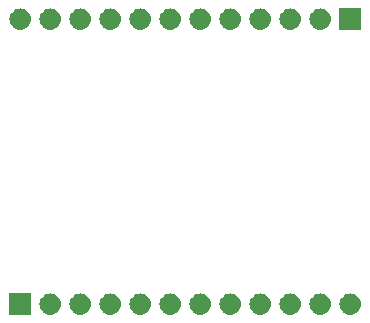
<source format=gbr>
G04 #@! TF.GenerationSoftware,KiCad,Pcbnew,(5.1.2)-2*
G04 #@! TF.CreationDate,2019-09-03T11:35:37+08:00*
G04 #@! TF.ProjectId,adapter,61646170-7465-4722-9e6b-696361645f70,rev?*
G04 #@! TF.SameCoordinates,Original*
G04 #@! TF.FileFunction,Soldermask,Bot*
G04 #@! TF.FilePolarity,Negative*
%FSLAX46Y46*%
G04 Gerber Fmt 4.6, Leading zero omitted, Abs format (unit mm)*
G04 Created by KiCad (PCBNEW (5.1.2)-2) date 2019-09-03 11:35:37*
%MOMM*%
%LPD*%
G04 APERTURE LIST*
%ADD10C,0.100000*%
G04 APERTURE END LIST*
D10*
G36*
X96151000Y-113931000D02*
G01*
X94349000Y-113931000D01*
X94349000Y-112129000D01*
X96151000Y-112129000D01*
X96151000Y-113931000D01*
X96151000Y-113931000D01*
G37*
G36*
X120760443Y-112135519D02*
G01*
X120826627Y-112142037D01*
X120996466Y-112193557D01*
X121152991Y-112277222D01*
X121188729Y-112306552D01*
X121290186Y-112389814D01*
X121373448Y-112491271D01*
X121402778Y-112527009D01*
X121486443Y-112683534D01*
X121537963Y-112853373D01*
X121555359Y-113030000D01*
X121537963Y-113206627D01*
X121486443Y-113376466D01*
X121402778Y-113532991D01*
X121373448Y-113568729D01*
X121290186Y-113670186D01*
X121188729Y-113753448D01*
X121152991Y-113782778D01*
X120996466Y-113866443D01*
X120826627Y-113917963D01*
X120760443Y-113924481D01*
X120694260Y-113931000D01*
X120605740Y-113931000D01*
X120539557Y-113924481D01*
X120473373Y-113917963D01*
X120303534Y-113866443D01*
X120147009Y-113782778D01*
X120111271Y-113753448D01*
X120009814Y-113670186D01*
X119926552Y-113568729D01*
X119897222Y-113532991D01*
X119813557Y-113376466D01*
X119762037Y-113206627D01*
X119744641Y-113030000D01*
X119762037Y-112853373D01*
X119813557Y-112683534D01*
X119897222Y-112527009D01*
X119926552Y-112491271D01*
X120009814Y-112389814D01*
X120111271Y-112306552D01*
X120147009Y-112277222D01*
X120303534Y-112193557D01*
X120473373Y-112142037D01*
X120539557Y-112135519D01*
X120605740Y-112129000D01*
X120694260Y-112129000D01*
X120760443Y-112135519D01*
X120760443Y-112135519D01*
G37*
G36*
X123300443Y-112135519D02*
G01*
X123366627Y-112142037D01*
X123536466Y-112193557D01*
X123692991Y-112277222D01*
X123728729Y-112306552D01*
X123830186Y-112389814D01*
X123913448Y-112491271D01*
X123942778Y-112527009D01*
X124026443Y-112683534D01*
X124077963Y-112853373D01*
X124095359Y-113030000D01*
X124077963Y-113206627D01*
X124026443Y-113376466D01*
X123942778Y-113532991D01*
X123913448Y-113568729D01*
X123830186Y-113670186D01*
X123728729Y-113753448D01*
X123692991Y-113782778D01*
X123536466Y-113866443D01*
X123366627Y-113917963D01*
X123300443Y-113924481D01*
X123234260Y-113931000D01*
X123145740Y-113931000D01*
X123079557Y-113924481D01*
X123013373Y-113917963D01*
X122843534Y-113866443D01*
X122687009Y-113782778D01*
X122651271Y-113753448D01*
X122549814Y-113670186D01*
X122466552Y-113568729D01*
X122437222Y-113532991D01*
X122353557Y-113376466D01*
X122302037Y-113206627D01*
X122284641Y-113030000D01*
X122302037Y-112853373D01*
X122353557Y-112683534D01*
X122437222Y-112527009D01*
X122466552Y-112491271D01*
X122549814Y-112389814D01*
X122651271Y-112306552D01*
X122687009Y-112277222D01*
X122843534Y-112193557D01*
X123013373Y-112142037D01*
X123079557Y-112135519D01*
X123145740Y-112129000D01*
X123234260Y-112129000D01*
X123300443Y-112135519D01*
X123300443Y-112135519D01*
G37*
G36*
X118220443Y-112135519D02*
G01*
X118286627Y-112142037D01*
X118456466Y-112193557D01*
X118612991Y-112277222D01*
X118648729Y-112306552D01*
X118750186Y-112389814D01*
X118833448Y-112491271D01*
X118862778Y-112527009D01*
X118946443Y-112683534D01*
X118997963Y-112853373D01*
X119015359Y-113030000D01*
X118997963Y-113206627D01*
X118946443Y-113376466D01*
X118862778Y-113532991D01*
X118833448Y-113568729D01*
X118750186Y-113670186D01*
X118648729Y-113753448D01*
X118612991Y-113782778D01*
X118456466Y-113866443D01*
X118286627Y-113917963D01*
X118220443Y-113924481D01*
X118154260Y-113931000D01*
X118065740Y-113931000D01*
X117999557Y-113924481D01*
X117933373Y-113917963D01*
X117763534Y-113866443D01*
X117607009Y-113782778D01*
X117571271Y-113753448D01*
X117469814Y-113670186D01*
X117386552Y-113568729D01*
X117357222Y-113532991D01*
X117273557Y-113376466D01*
X117222037Y-113206627D01*
X117204641Y-113030000D01*
X117222037Y-112853373D01*
X117273557Y-112683534D01*
X117357222Y-112527009D01*
X117386552Y-112491271D01*
X117469814Y-112389814D01*
X117571271Y-112306552D01*
X117607009Y-112277222D01*
X117763534Y-112193557D01*
X117933373Y-112142037D01*
X117999557Y-112135519D01*
X118065740Y-112129000D01*
X118154260Y-112129000D01*
X118220443Y-112135519D01*
X118220443Y-112135519D01*
G37*
G36*
X115680443Y-112135519D02*
G01*
X115746627Y-112142037D01*
X115916466Y-112193557D01*
X116072991Y-112277222D01*
X116108729Y-112306552D01*
X116210186Y-112389814D01*
X116293448Y-112491271D01*
X116322778Y-112527009D01*
X116406443Y-112683534D01*
X116457963Y-112853373D01*
X116475359Y-113030000D01*
X116457963Y-113206627D01*
X116406443Y-113376466D01*
X116322778Y-113532991D01*
X116293448Y-113568729D01*
X116210186Y-113670186D01*
X116108729Y-113753448D01*
X116072991Y-113782778D01*
X115916466Y-113866443D01*
X115746627Y-113917963D01*
X115680443Y-113924481D01*
X115614260Y-113931000D01*
X115525740Y-113931000D01*
X115459557Y-113924481D01*
X115393373Y-113917963D01*
X115223534Y-113866443D01*
X115067009Y-113782778D01*
X115031271Y-113753448D01*
X114929814Y-113670186D01*
X114846552Y-113568729D01*
X114817222Y-113532991D01*
X114733557Y-113376466D01*
X114682037Y-113206627D01*
X114664641Y-113030000D01*
X114682037Y-112853373D01*
X114733557Y-112683534D01*
X114817222Y-112527009D01*
X114846552Y-112491271D01*
X114929814Y-112389814D01*
X115031271Y-112306552D01*
X115067009Y-112277222D01*
X115223534Y-112193557D01*
X115393373Y-112142037D01*
X115459557Y-112135519D01*
X115525740Y-112129000D01*
X115614260Y-112129000D01*
X115680443Y-112135519D01*
X115680443Y-112135519D01*
G37*
G36*
X113140443Y-112135519D02*
G01*
X113206627Y-112142037D01*
X113376466Y-112193557D01*
X113532991Y-112277222D01*
X113568729Y-112306552D01*
X113670186Y-112389814D01*
X113753448Y-112491271D01*
X113782778Y-112527009D01*
X113866443Y-112683534D01*
X113917963Y-112853373D01*
X113935359Y-113030000D01*
X113917963Y-113206627D01*
X113866443Y-113376466D01*
X113782778Y-113532991D01*
X113753448Y-113568729D01*
X113670186Y-113670186D01*
X113568729Y-113753448D01*
X113532991Y-113782778D01*
X113376466Y-113866443D01*
X113206627Y-113917963D01*
X113140443Y-113924481D01*
X113074260Y-113931000D01*
X112985740Y-113931000D01*
X112919557Y-113924481D01*
X112853373Y-113917963D01*
X112683534Y-113866443D01*
X112527009Y-113782778D01*
X112491271Y-113753448D01*
X112389814Y-113670186D01*
X112306552Y-113568729D01*
X112277222Y-113532991D01*
X112193557Y-113376466D01*
X112142037Y-113206627D01*
X112124641Y-113030000D01*
X112142037Y-112853373D01*
X112193557Y-112683534D01*
X112277222Y-112527009D01*
X112306552Y-112491271D01*
X112389814Y-112389814D01*
X112491271Y-112306552D01*
X112527009Y-112277222D01*
X112683534Y-112193557D01*
X112853373Y-112142037D01*
X112919557Y-112135519D01*
X112985740Y-112129000D01*
X113074260Y-112129000D01*
X113140443Y-112135519D01*
X113140443Y-112135519D01*
G37*
G36*
X110600443Y-112135519D02*
G01*
X110666627Y-112142037D01*
X110836466Y-112193557D01*
X110992991Y-112277222D01*
X111028729Y-112306552D01*
X111130186Y-112389814D01*
X111213448Y-112491271D01*
X111242778Y-112527009D01*
X111326443Y-112683534D01*
X111377963Y-112853373D01*
X111395359Y-113030000D01*
X111377963Y-113206627D01*
X111326443Y-113376466D01*
X111242778Y-113532991D01*
X111213448Y-113568729D01*
X111130186Y-113670186D01*
X111028729Y-113753448D01*
X110992991Y-113782778D01*
X110836466Y-113866443D01*
X110666627Y-113917963D01*
X110600443Y-113924481D01*
X110534260Y-113931000D01*
X110445740Y-113931000D01*
X110379557Y-113924481D01*
X110313373Y-113917963D01*
X110143534Y-113866443D01*
X109987009Y-113782778D01*
X109951271Y-113753448D01*
X109849814Y-113670186D01*
X109766552Y-113568729D01*
X109737222Y-113532991D01*
X109653557Y-113376466D01*
X109602037Y-113206627D01*
X109584641Y-113030000D01*
X109602037Y-112853373D01*
X109653557Y-112683534D01*
X109737222Y-112527009D01*
X109766552Y-112491271D01*
X109849814Y-112389814D01*
X109951271Y-112306552D01*
X109987009Y-112277222D01*
X110143534Y-112193557D01*
X110313373Y-112142037D01*
X110379557Y-112135519D01*
X110445740Y-112129000D01*
X110534260Y-112129000D01*
X110600443Y-112135519D01*
X110600443Y-112135519D01*
G37*
G36*
X108060443Y-112135519D02*
G01*
X108126627Y-112142037D01*
X108296466Y-112193557D01*
X108452991Y-112277222D01*
X108488729Y-112306552D01*
X108590186Y-112389814D01*
X108673448Y-112491271D01*
X108702778Y-112527009D01*
X108786443Y-112683534D01*
X108837963Y-112853373D01*
X108855359Y-113030000D01*
X108837963Y-113206627D01*
X108786443Y-113376466D01*
X108702778Y-113532991D01*
X108673448Y-113568729D01*
X108590186Y-113670186D01*
X108488729Y-113753448D01*
X108452991Y-113782778D01*
X108296466Y-113866443D01*
X108126627Y-113917963D01*
X108060443Y-113924481D01*
X107994260Y-113931000D01*
X107905740Y-113931000D01*
X107839557Y-113924481D01*
X107773373Y-113917963D01*
X107603534Y-113866443D01*
X107447009Y-113782778D01*
X107411271Y-113753448D01*
X107309814Y-113670186D01*
X107226552Y-113568729D01*
X107197222Y-113532991D01*
X107113557Y-113376466D01*
X107062037Y-113206627D01*
X107044641Y-113030000D01*
X107062037Y-112853373D01*
X107113557Y-112683534D01*
X107197222Y-112527009D01*
X107226552Y-112491271D01*
X107309814Y-112389814D01*
X107411271Y-112306552D01*
X107447009Y-112277222D01*
X107603534Y-112193557D01*
X107773373Y-112142037D01*
X107839557Y-112135519D01*
X107905740Y-112129000D01*
X107994260Y-112129000D01*
X108060443Y-112135519D01*
X108060443Y-112135519D01*
G37*
G36*
X105520443Y-112135519D02*
G01*
X105586627Y-112142037D01*
X105756466Y-112193557D01*
X105912991Y-112277222D01*
X105948729Y-112306552D01*
X106050186Y-112389814D01*
X106133448Y-112491271D01*
X106162778Y-112527009D01*
X106246443Y-112683534D01*
X106297963Y-112853373D01*
X106315359Y-113030000D01*
X106297963Y-113206627D01*
X106246443Y-113376466D01*
X106162778Y-113532991D01*
X106133448Y-113568729D01*
X106050186Y-113670186D01*
X105948729Y-113753448D01*
X105912991Y-113782778D01*
X105756466Y-113866443D01*
X105586627Y-113917963D01*
X105520443Y-113924481D01*
X105454260Y-113931000D01*
X105365740Y-113931000D01*
X105299557Y-113924481D01*
X105233373Y-113917963D01*
X105063534Y-113866443D01*
X104907009Y-113782778D01*
X104871271Y-113753448D01*
X104769814Y-113670186D01*
X104686552Y-113568729D01*
X104657222Y-113532991D01*
X104573557Y-113376466D01*
X104522037Y-113206627D01*
X104504641Y-113030000D01*
X104522037Y-112853373D01*
X104573557Y-112683534D01*
X104657222Y-112527009D01*
X104686552Y-112491271D01*
X104769814Y-112389814D01*
X104871271Y-112306552D01*
X104907009Y-112277222D01*
X105063534Y-112193557D01*
X105233373Y-112142037D01*
X105299557Y-112135519D01*
X105365740Y-112129000D01*
X105454260Y-112129000D01*
X105520443Y-112135519D01*
X105520443Y-112135519D01*
G37*
G36*
X102980443Y-112135519D02*
G01*
X103046627Y-112142037D01*
X103216466Y-112193557D01*
X103372991Y-112277222D01*
X103408729Y-112306552D01*
X103510186Y-112389814D01*
X103593448Y-112491271D01*
X103622778Y-112527009D01*
X103706443Y-112683534D01*
X103757963Y-112853373D01*
X103775359Y-113030000D01*
X103757963Y-113206627D01*
X103706443Y-113376466D01*
X103622778Y-113532991D01*
X103593448Y-113568729D01*
X103510186Y-113670186D01*
X103408729Y-113753448D01*
X103372991Y-113782778D01*
X103216466Y-113866443D01*
X103046627Y-113917963D01*
X102980443Y-113924481D01*
X102914260Y-113931000D01*
X102825740Y-113931000D01*
X102759557Y-113924481D01*
X102693373Y-113917963D01*
X102523534Y-113866443D01*
X102367009Y-113782778D01*
X102331271Y-113753448D01*
X102229814Y-113670186D01*
X102146552Y-113568729D01*
X102117222Y-113532991D01*
X102033557Y-113376466D01*
X101982037Y-113206627D01*
X101964641Y-113030000D01*
X101982037Y-112853373D01*
X102033557Y-112683534D01*
X102117222Y-112527009D01*
X102146552Y-112491271D01*
X102229814Y-112389814D01*
X102331271Y-112306552D01*
X102367009Y-112277222D01*
X102523534Y-112193557D01*
X102693373Y-112142037D01*
X102759557Y-112135519D01*
X102825740Y-112129000D01*
X102914260Y-112129000D01*
X102980443Y-112135519D01*
X102980443Y-112135519D01*
G37*
G36*
X100440443Y-112135519D02*
G01*
X100506627Y-112142037D01*
X100676466Y-112193557D01*
X100832991Y-112277222D01*
X100868729Y-112306552D01*
X100970186Y-112389814D01*
X101053448Y-112491271D01*
X101082778Y-112527009D01*
X101166443Y-112683534D01*
X101217963Y-112853373D01*
X101235359Y-113030000D01*
X101217963Y-113206627D01*
X101166443Y-113376466D01*
X101082778Y-113532991D01*
X101053448Y-113568729D01*
X100970186Y-113670186D01*
X100868729Y-113753448D01*
X100832991Y-113782778D01*
X100676466Y-113866443D01*
X100506627Y-113917963D01*
X100440443Y-113924481D01*
X100374260Y-113931000D01*
X100285740Y-113931000D01*
X100219557Y-113924481D01*
X100153373Y-113917963D01*
X99983534Y-113866443D01*
X99827009Y-113782778D01*
X99791271Y-113753448D01*
X99689814Y-113670186D01*
X99606552Y-113568729D01*
X99577222Y-113532991D01*
X99493557Y-113376466D01*
X99442037Y-113206627D01*
X99424641Y-113030000D01*
X99442037Y-112853373D01*
X99493557Y-112683534D01*
X99577222Y-112527009D01*
X99606552Y-112491271D01*
X99689814Y-112389814D01*
X99791271Y-112306552D01*
X99827009Y-112277222D01*
X99983534Y-112193557D01*
X100153373Y-112142037D01*
X100219557Y-112135519D01*
X100285740Y-112129000D01*
X100374260Y-112129000D01*
X100440443Y-112135519D01*
X100440443Y-112135519D01*
G37*
G36*
X97900443Y-112135519D02*
G01*
X97966627Y-112142037D01*
X98136466Y-112193557D01*
X98292991Y-112277222D01*
X98328729Y-112306552D01*
X98430186Y-112389814D01*
X98513448Y-112491271D01*
X98542778Y-112527009D01*
X98626443Y-112683534D01*
X98677963Y-112853373D01*
X98695359Y-113030000D01*
X98677963Y-113206627D01*
X98626443Y-113376466D01*
X98542778Y-113532991D01*
X98513448Y-113568729D01*
X98430186Y-113670186D01*
X98328729Y-113753448D01*
X98292991Y-113782778D01*
X98136466Y-113866443D01*
X97966627Y-113917963D01*
X97900443Y-113924481D01*
X97834260Y-113931000D01*
X97745740Y-113931000D01*
X97679557Y-113924481D01*
X97613373Y-113917963D01*
X97443534Y-113866443D01*
X97287009Y-113782778D01*
X97251271Y-113753448D01*
X97149814Y-113670186D01*
X97066552Y-113568729D01*
X97037222Y-113532991D01*
X96953557Y-113376466D01*
X96902037Y-113206627D01*
X96884641Y-113030000D01*
X96902037Y-112853373D01*
X96953557Y-112683534D01*
X97037222Y-112527009D01*
X97066552Y-112491271D01*
X97149814Y-112389814D01*
X97251271Y-112306552D01*
X97287009Y-112277222D01*
X97443534Y-112193557D01*
X97613373Y-112142037D01*
X97679557Y-112135519D01*
X97745740Y-112129000D01*
X97834260Y-112129000D01*
X97900443Y-112135519D01*
X97900443Y-112135519D01*
G37*
G36*
X120760443Y-88005519D02*
G01*
X120826627Y-88012037D01*
X120996466Y-88063557D01*
X121152991Y-88147222D01*
X121188729Y-88176552D01*
X121290186Y-88259814D01*
X121373448Y-88361271D01*
X121402778Y-88397009D01*
X121486443Y-88553534D01*
X121537963Y-88723373D01*
X121555359Y-88900000D01*
X121537963Y-89076627D01*
X121486443Y-89246466D01*
X121402778Y-89402991D01*
X121373448Y-89438729D01*
X121290186Y-89540186D01*
X121188729Y-89623448D01*
X121152991Y-89652778D01*
X120996466Y-89736443D01*
X120826627Y-89787963D01*
X120760443Y-89794481D01*
X120694260Y-89801000D01*
X120605740Y-89801000D01*
X120539557Y-89794481D01*
X120473373Y-89787963D01*
X120303534Y-89736443D01*
X120147009Y-89652778D01*
X120111271Y-89623448D01*
X120009814Y-89540186D01*
X119926552Y-89438729D01*
X119897222Y-89402991D01*
X119813557Y-89246466D01*
X119762037Y-89076627D01*
X119744641Y-88900000D01*
X119762037Y-88723373D01*
X119813557Y-88553534D01*
X119897222Y-88397009D01*
X119926552Y-88361271D01*
X120009814Y-88259814D01*
X120111271Y-88176552D01*
X120147009Y-88147222D01*
X120303534Y-88063557D01*
X120473373Y-88012037D01*
X120539557Y-88005519D01*
X120605740Y-87999000D01*
X120694260Y-87999000D01*
X120760443Y-88005519D01*
X120760443Y-88005519D01*
G37*
G36*
X110600443Y-88005519D02*
G01*
X110666627Y-88012037D01*
X110836466Y-88063557D01*
X110992991Y-88147222D01*
X111028729Y-88176552D01*
X111130186Y-88259814D01*
X111213448Y-88361271D01*
X111242778Y-88397009D01*
X111326443Y-88553534D01*
X111377963Y-88723373D01*
X111395359Y-88900000D01*
X111377963Y-89076627D01*
X111326443Y-89246466D01*
X111242778Y-89402991D01*
X111213448Y-89438729D01*
X111130186Y-89540186D01*
X111028729Y-89623448D01*
X110992991Y-89652778D01*
X110836466Y-89736443D01*
X110666627Y-89787963D01*
X110600443Y-89794481D01*
X110534260Y-89801000D01*
X110445740Y-89801000D01*
X110379557Y-89794481D01*
X110313373Y-89787963D01*
X110143534Y-89736443D01*
X109987009Y-89652778D01*
X109951271Y-89623448D01*
X109849814Y-89540186D01*
X109766552Y-89438729D01*
X109737222Y-89402991D01*
X109653557Y-89246466D01*
X109602037Y-89076627D01*
X109584641Y-88900000D01*
X109602037Y-88723373D01*
X109653557Y-88553534D01*
X109737222Y-88397009D01*
X109766552Y-88361271D01*
X109849814Y-88259814D01*
X109951271Y-88176552D01*
X109987009Y-88147222D01*
X110143534Y-88063557D01*
X110313373Y-88012037D01*
X110379557Y-88005519D01*
X110445740Y-87999000D01*
X110534260Y-87999000D01*
X110600443Y-88005519D01*
X110600443Y-88005519D01*
G37*
G36*
X113140443Y-88005519D02*
G01*
X113206627Y-88012037D01*
X113376466Y-88063557D01*
X113532991Y-88147222D01*
X113568729Y-88176552D01*
X113670186Y-88259814D01*
X113753448Y-88361271D01*
X113782778Y-88397009D01*
X113866443Y-88553534D01*
X113917963Y-88723373D01*
X113935359Y-88900000D01*
X113917963Y-89076627D01*
X113866443Y-89246466D01*
X113782778Y-89402991D01*
X113753448Y-89438729D01*
X113670186Y-89540186D01*
X113568729Y-89623448D01*
X113532991Y-89652778D01*
X113376466Y-89736443D01*
X113206627Y-89787963D01*
X113140443Y-89794481D01*
X113074260Y-89801000D01*
X112985740Y-89801000D01*
X112919557Y-89794481D01*
X112853373Y-89787963D01*
X112683534Y-89736443D01*
X112527009Y-89652778D01*
X112491271Y-89623448D01*
X112389814Y-89540186D01*
X112306552Y-89438729D01*
X112277222Y-89402991D01*
X112193557Y-89246466D01*
X112142037Y-89076627D01*
X112124641Y-88900000D01*
X112142037Y-88723373D01*
X112193557Y-88553534D01*
X112277222Y-88397009D01*
X112306552Y-88361271D01*
X112389814Y-88259814D01*
X112491271Y-88176552D01*
X112527009Y-88147222D01*
X112683534Y-88063557D01*
X112853373Y-88012037D01*
X112919557Y-88005519D01*
X112985740Y-87999000D01*
X113074260Y-87999000D01*
X113140443Y-88005519D01*
X113140443Y-88005519D01*
G37*
G36*
X115680443Y-88005519D02*
G01*
X115746627Y-88012037D01*
X115916466Y-88063557D01*
X116072991Y-88147222D01*
X116108729Y-88176552D01*
X116210186Y-88259814D01*
X116293448Y-88361271D01*
X116322778Y-88397009D01*
X116406443Y-88553534D01*
X116457963Y-88723373D01*
X116475359Y-88900000D01*
X116457963Y-89076627D01*
X116406443Y-89246466D01*
X116322778Y-89402991D01*
X116293448Y-89438729D01*
X116210186Y-89540186D01*
X116108729Y-89623448D01*
X116072991Y-89652778D01*
X115916466Y-89736443D01*
X115746627Y-89787963D01*
X115680443Y-89794481D01*
X115614260Y-89801000D01*
X115525740Y-89801000D01*
X115459557Y-89794481D01*
X115393373Y-89787963D01*
X115223534Y-89736443D01*
X115067009Y-89652778D01*
X115031271Y-89623448D01*
X114929814Y-89540186D01*
X114846552Y-89438729D01*
X114817222Y-89402991D01*
X114733557Y-89246466D01*
X114682037Y-89076627D01*
X114664641Y-88900000D01*
X114682037Y-88723373D01*
X114733557Y-88553534D01*
X114817222Y-88397009D01*
X114846552Y-88361271D01*
X114929814Y-88259814D01*
X115031271Y-88176552D01*
X115067009Y-88147222D01*
X115223534Y-88063557D01*
X115393373Y-88012037D01*
X115459557Y-88005519D01*
X115525740Y-87999000D01*
X115614260Y-87999000D01*
X115680443Y-88005519D01*
X115680443Y-88005519D01*
G37*
G36*
X118220443Y-88005519D02*
G01*
X118286627Y-88012037D01*
X118456466Y-88063557D01*
X118612991Y-88147222D01*
X118648729Y-88176552D01*
X118750186Y-88259814D01*
X118833448Y-88361271D01*
X118862778Y-88397009D01*
X118946443Y-88553534D01*
X118997963Y-88723373D01*
X119015359Y-88900000D01*
X118997963Y-89076627D01*
X118946443Y-89246466D01*
X118862778Y-89402991D01*
X118833448Y-89438729D01*
X118750186Y-89540186D01*
X118648729Y-89623448D01*
X118612991Y-89652778D01*
X118456466Y-89736443D01*
X118286627Y-89787963D01*
X118220443Y-89794481D01*
X118154260Y-89801000D01*
X118065740Y-89801000D01*
X117999557Y-89794481D01*
X117933373Y-89787963D01*
X117763534Y-89736443D01*
X117607009Y-89652778D01*
X117571271Y-89623448D01*
X117469814Y-89540186D01*
X117386552Y-89438729D01*
X117357222Y-89402991D01*
X117273557Y-89246466D01*
X117222037Y-89076627D01*
X117204641Y-88900000D01*
X117222037Y-88723373D01*
X117273557Y-88553534D01*
X117357222Y-88397009D01*
X117386552Y-88361271D01*
X117469814Y-88259814D01*
X117571271Y-88176552D01*
X117607009Y-88147222D01*
X117763534Y-88063557D01*
X117933373Y-88012037D01*
X117999557Y-88005519D01*
X118065740Y-87999000D01*
X118154260Y-87999000D01*
X118220443Y-88005519D01*
X118220443Y-88005519D01*
G37*
G36*
X105520443Y-88005519D02*
G01*
X105586627Y-88012037D01*
X105756466Y-88063557D01*
X105912991Y-88147222D01*
X105948729Y-88176552D01*
X106050186Y-88259814D01*
X106133448Y-88361271D01*
X106162778Y-88397009D01*
X106246443Y-88553534D01*
X106297963Y-88723373D01*
X106315359Y-88900000D01*
X106297963Y-89076627D01*
X106246443Y-89246466D01*
X106162778Y-89402991D01*
X106133448Y-89438729D01*
X106050186Y-89540186D01*
X105948729Y-89623448D01*
X105912991Y-89652778D01*
X105756466Y-89736443D01*
X105586627Y-89787963D01*
X105520443Y-89794481D01*
X105454260Y-89801000D01*
X105365740Y-89801000D01*
X105299557Y-89794481D01*
X105233373Y-89787963D01*
X105063534Y-89736443D01*
X104907009Y-89652778D01*
X104871271Y-89623448D01*
X104769814Y-89540186D01*
X104686552Y-89438729D01*
X104657222Y-89402991D01*
X104573557Y-89246466D01*
X104522037Y-89076627D01*
X104504641Y-88900000D01*
X104522037Y-88723373D01*
X104573557Y-88553534D01*
X104657222Y-88397009D01*
X104686552Y-88361271D01*
X104769814Y-88259814D01*
X104871271Y-88176552D01*
X104907009Y-88147222D01*
X105063534Y-88063557D01*
X105233373Y-88012037D01*
X105299557Y-88005519D01*
X105365740Y-87999000D01*
X105454260Y-87999000D01*
X105520443Y-88005519D01*
X105520443Y-88005519D01*
G37*
G36*
X102980443Y-88005519D02*
G01*
X103046627Y-88012037D01*
X103216466Y-88063557D01*
X103372991Y-88147222D01*
X103408729Y-88176552D01*
X103510186Y-88259814D01*
X103593448Y-88361271D01*
X103622778Y-88397009D01*
X103706443Y-88553534D01*
X103757963Y-88723373D01*
X103775359Y-88900000D01*
X103757963Y-89076627D01*
X103706443Y-89246466D01*
X103622778Y-89402991D01*
X103593448Y-89438729D01*
X103510186Y-89540186D01*
X103408729Y-89623448D01*
X103372991Y-89652778D01*
X103216466Y-89736443D01*
X103046627Y-89787963D01*
X102980443Y-89794481D01*
X102914260Y-89801000D01*
X102825740Y-89801000D01*
X102759557Y-89794481D01*
X102693373Y-89787963D01*
X102523534Y-89736443D01*
X102367009Y-89652778D01*
X102331271Y-89623448D01*
X102229814Y-89540186D01*
X102146552Y-89438729D01*
X102117222Y-89402991D01*
X102033557Y-89246466D01*
X101982037Y-89076627D01*
X101964641Y-88900000D01*
X101982037Y-88723373D01*
X102033557Y-88553534D01*
X102117222Y-88397009D01*
X102146552Y-88361271D01*
X102229814Y-88259814D01*
X102331271Y-88176552D01*
X102367009Y-88147222D01*
X102523534Y-88063557D01*
X102693373Y-88012037D01*
X102759557Y-88005519D01*
X102825740Y-87999000D01*
X102914260Y-87999000D01*
X102980443Y-88005519D01*
X102980443Y-88005519D01*
G37*
G36*
X100440443Y-88005519D02*
G01*
X100506627Y-88012037D01*
X100676466Y-88063557D01*
X100832991Y-88147222D01*
X100868729Y-88176552D01*
X100970186Y-88259814D01*
X101053448Y-88361271D01*
X101082778Y-88397009D01*
X101166443Y-88553534D01*
X101217963Y-88723373D01*
X101235359Y-88900000D01*
X101217963Y-89076627D01*
X101166443Y-89246466D01*
X101082778Y-89402991D01*
X101053448Y-89438729D01*
X100970186Y-89540186D01*
X100868729Y-89623448D01*
X100832991Y-89652778D01*
X100676466Y-89736443D01*
X100506627Y-89787963D01*
X100440443Y-89794481D01*
X100374260Y-89801000D01*
X100285740Y-89801000D01*
X100219557Y-89794481D01*
X100153373Y-89787963D01*
X99983534Y-89736443D01*
X99827009Y-89652778D01*
X99791271Y-89623448D01*
X99689814Y-89540186D01*
X99606552Y-89438729D01*
X99577222Y-89402991D01*
X99493557Y-89246466D01*
X99442037Y-89076627D01*
X99424641Y-88900000D01*
X99442037Y-88723373D01*
X99493557Y-88553534D01*
X99577222Y-88397009D01*
X99606552Y-88361271D01*
X99689814Y-88259814D01*
X99791271Y-88176552D01*
X99827009Y-88147222D01*
X99983534Y-88063557D01*
X100153373Y-88012037D01*
X100219557Y-88005519D01*
X100285740Y-87999000D01*
X100374260Y-87999000D01*
X100440443Y-88005519D01*
X100440443Y-88005519D01*
G37*
G36*
X97900443Y-88005519D02*
G01*
X97966627Y-88012037D01*
X98136466Y-88063557D01*
X98292991Y-88147222D01*
X98328729Y-88176552D01*
X98430186Y-88259814D01*
X98513448Y-88361271D01*
X98542778Y-88397009D01*
X98626443Y-88553534D01*
X98677963Y-88723373D01*
X98695359Y-88900000D01*
X98677963Y-89076627D01*
X98626443Y-89246466D01*
X98542778Y-89402991D01*
X98513448Y-89438729D01*
X98430186Y-89540186D01*
X98328729Y-89623448D01*
X98292991Y-89652778D01*
X98136466Y-89736443D01*
X97966627Y-89787963D01*
X97900443Y-89794481D01*
X97834260Y-89801000D01*
X97745740Y-89801000D01*
X97679557Y-89794481D01*
X97613373Y-89787963D01*
X97443534Y-89736443D01*
X97287009Y-89652778D01*
X97251271Y-89623448D01*
X97149814Y-89540186D01*
X97066552Y-89438729D01*
X97037222Y-89402991D01*
X96953557Y-89246466D01*
X96902037Y-89076627D01*
X96884641Y-88900000D01*
X96902037Y-88723373D01*
X96953557Y-88553534D01*
X97037222Y-88397009D01*
X97066552Y-88361271D01*
X97149814Y-88259814D01*
X97251271Y-88176552D01*
X97287009Y-88147222D01*
X97443534Y-88063557D01*
X97613373Y-88012037D01*
X97679557Y-88005519D01*
X97745740Y-87999000D01*
X97834260Y-87999000D01*
X97900443Y-88005519D01*
X97900443Y-88005519D01*
G37*
G36*
X95360443Y-88005519D02*
G01*
X95426627Y-88012037D01*
X95596466Y-88063557D01*
X95752991Y-88147222D01*
X95788729Y-88176552D01*
X95890186Y-88259814D01*
X95973448Y-88361271D01*
X96002778Y-88397009D01*
X96086443Y-88553534D01*
X96137963Y-88723373D01*
X96155359Y-88900000D01*
X96137963Y-89076627D01*
X96086443Y-89246466D01*
X96002778Y-89402991D01*
X95973448Y-89438729D01*
X95890186Y-89540186D01*
X95788729Y-89623448D01*
X95752991Y-89652778D01*
X95596466Y-89736443D01*
X95426627Y-89787963D01*
X95360443Y-89794481D01*
X95294260Y-89801000D01*
X95205740Y-89801000D01*
X95139557Y-89794481D01*
X95073373Y-89787963D01*
X94903534Y-89736443D01*
X94747009Y-89652778D01*
X94711271Y-89623448D01*
X94609814Y-89540186D01*
X94526552Y-89438729D01*
X94497222Y-89402991D01*
X94413557Y-89246466D01*
X94362037Y-89076627D01*
X94344641Y-88900000D01*
X94362037Y-88723373D01*
X94413557Y-88553534D01*
X94497222Y-88397009D01*
X94526552Y-88361271D01*
X94609814Y-88259814D01*
X94711271Y-88176552D01*
X94747009Y-88147222D01*
X94903534Y-88063557D01*
X95073373Y-88012037D01*
X95139557Y-88005519D01*
X95205740Y-87999000D01*
X95294260Y-87999000D01*
X95360443Y-88005519D01*
X95360443Y-88005519D01*
G37*
G36*
X124091000Y-89801000D02*
G01*
X122289000Y-89801000D01*
X122289000Y-87999000D01*
X124091000Y-87999000D01*
X124091000Y-89801000D01*
X124091000Y-89801000D01*
G37*
G36*
X108060443Y-88005519D02*
G01*
X108126627Y-88012037D01*
X108296466Y-88063557D01*
X108452991Y-88147222D01*
X108488729Y-88176552D01*
X108590186Y-88259814D01*
X108673448Y-88361271D01*
X108702778Y-88397009D01*
X108786443Y-88553534D01*
X108837963Y-88723373D01*
X108855359Y-88900000D01*
X108837963Y-89076627D01*
X108786443Y-89246466D01*
X108702778Y-89402991D01*
X108673448Y-89438729D01*
X108590186Y-89540186D01*
X108488729Y-89623448D01*
X108452991Y-89652778D01*
X108296466Y-89736443D01*
X108126627Y-89787963D01*
X108060443Y-89794481D01*
X107994260Y-89801000D01*
X107905740Y-89801000D01*
X107839557Y-89794481D01*
X107773373Y-89787963D01*
X107603534Y-89736443D01*
X107447009Y-89652778D01*
X107411271Y-89623448D01*
X107309814Y-89540186D01*
X107226552Y-89438729D01*
X107197222Y-89402991D01*
X107113557Y-89246466D01*
X107062037Y-89076627D01*
X107044641Y-88900000D01*
X107062037Y-88723373D01*
X107113557Y-88553534D01*
X107197222Y-88397009D01*
X107226552Y-88361271D01*
X107309814Y-88259814D01*
X107411271Y-88176552D01*
X107447009Y-88147222D01*
X107603534Y-88063557D01*
X107773373Y-88012037D01*
X107839557Y-88005519D01*
X107905740Y-87999000D01*
X107994260Y-87999000D01*
X108060443Y-88005519D01*
X108060443Y-88005519D01*
G37*
M02*

</source>
